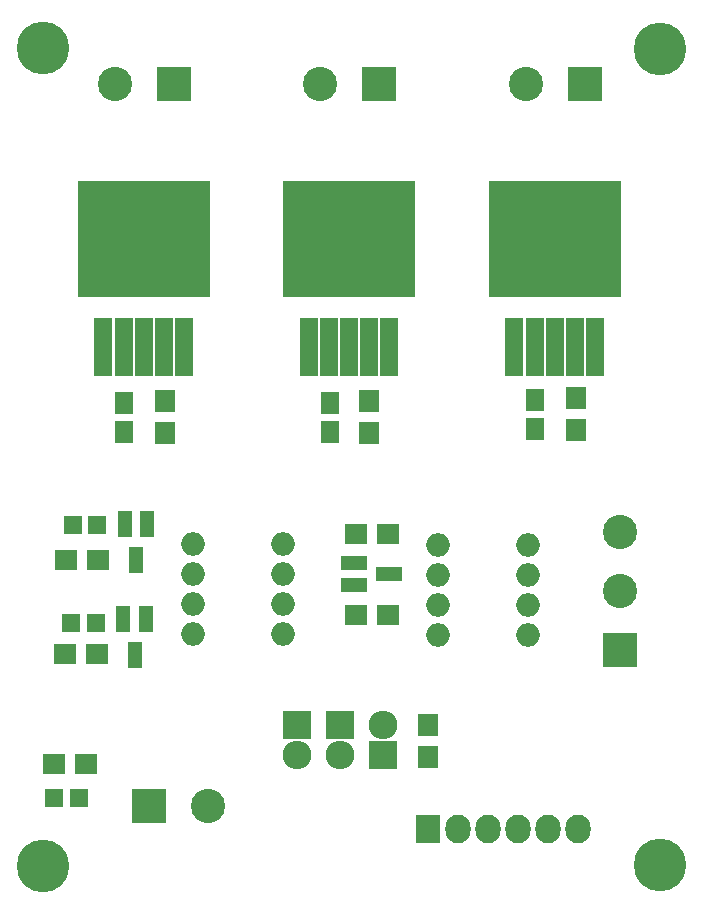
<source format=gbr>
G04 #@! TF.FileFunction,Soldermask,Top*
%FSLAX46Y46*%
G04 Gerber Fmt 4.6, Leading zero omitted, Abs format (unit mm)*
G04 Created by KiCad (PCBNEW 4.0.6) date Sunday, 24 September 2017 'AMt' 11:09:54*
%MOMM*%
%LPD*%
G01*
G04 APERTURE LIST*
%ADD10C,0.100000*%
%ADD11C,4.464000*%
%ADD12R,2.900000X2.900000*%
%ADD13C,2.900000*%
%ADD14R,2.127200X2.432000*%
%ADD15O,2.127200X2.432000*%
%ADD16O,2.000000X2.000000*%
%ADD17R,1.650000X1.900000*%
%ADD18R,1.700000X1.900000*%
%ADD19R,1.598880X1.598880*%
%ADD20R,1.200000X2.300000*%
%ADD21R,2.300000X1.200000*%
%ADD22R,1.900000X1.700000*%
%ADD23R,2.432000X2.432000*%
%ADD24O,2.432000X2.432000*%
%ADD25R,1.500000X5.000000*%
%ADD26R,11.200000X9.800000*%
G04 APERTURE END LIST*
D10*
D11*
X131191000Y-31242000D03*
X183388000Y-31305500D03*
X131191000Y-100457000D03*
D12*
X177038000Y-34290000D03*
D13*
X172038000Y-34290000D03*
D14*
X163741100Y-97294700D03*
D15*
X166281100Y-97294700D03*
X168821100Y-97294700D03*
X171361100Y-97294700D03*
X173901100Y-97294700D03*
X176441100Y-97294700D03*
D12*
X159639000Y-34290000D03*
D13*
X154639000Y-34290000D03*
D12*
X142240000Y-34290000D03*
D13*
X137240000Y-34290000D03*
D12*
X140144500Y-95377000D03*
D13*
X145144500Y-95377000D03*
D16*
X143891000Y-73215500D03*
X143891000Y-75755500D03*
X143891000Y-78295500D03*
X143891000Y-80835500D03*
X151511000Y-80835500D03*
X151511000Y-78295500D03*
X151511000Y-75755500D03*
X151511000Y-73215500D03*
X164592000Y-73279000D03*
X164592000Y-75819000D03*
X164592000Y-78359000D03*
X164592000Y-80899000D03*
X172212000Y-80899000D03*
X172212000Y-78359000D03*
X172212000Y-75819000D03*
X172212000Y-73279000D03*
D17*
X155448000Y-63734000D03*
X155448000Y-61234000D03*
X172847000Y-63480000D03*
X172847000Y-60980000D03*
X138049000Y-63734000D03*
X138049000Y-61234000D03*
D18*
X176276000Y-60880000D03*
X176276000Y-63580000D03*
X158750000Y-61134000D03*
X158750000Y-63834000D03*
X141478000Y-61134000D03*
X141478000Y-63834000D03*
D11*
X183388000Y-100393500D03*
D19*
X135796020Y-71628000D03*
X133697980Y-71628000D03*
D20*
X139888000Y-79589500D03*
X137988000Y-79589500D03*
X138938000Y-82589500D03*
X140015000Y-71525000D03*
X138115000Y-71525000D03*
X139065000Y-74525000D03*
D21*
X157504000Y-74792800D03*
X157504000Y-76692800D03*
X160504000Y-75742800D03*
D18*
X163766500Y-91266000D03*
X163766500Y-88566000D03*
D22*
X157654000Y-79197200D03*
X160354000Y-79197200D03*
X157654000Y-72390000D03*
X160354000Y-72390000D03*
X135716000Y-82550000D03*
X133016000Y-82550000D03*
X135843000Y-74549000D03*
X133143000Y-74549000D03*
X134827000Y-91821000D03*
X132127000Y-91821000D03*
D19*
X135669020Y-79883000D03*
X133570980Y-79883000D03*
X132110480Y-94678500D03*
X134208520Y-94678500D03*
D23*
X159956500Y-91059000D03*
D24*
X159956500Y-88519000D03*
D23*
X156337000Y-88519000D03*
D24*
X156337000Y-91059000D03*
D23*
X152717500Y-88519000D03*
D24*
X152717500Y-91059000D03*
D25*
X177898000Y-56515000D03*
X176198000Y-56515000D03*
X172798000Y-56515000D03*
D26*
X174498000Y-47365000D03*
D25*
X174498000Y-56515000D03*
X171098000Y-56515000D03*
X160499000Y-56515000D03*
X158799000Y-56515000D03*
X155399000Y-56515000D03*
D26*
X157099000Y-47365000D03*
D25*
X157099000Y-56515000D03*
X153699000Y-56515000D03*
X143100000Y-56515000D03*
X141400000Y-56515000D03*
X138000000Y-56515000D03*
D26*
X139700000Y-47365000D03*
D25*
X139700000Y-56515000D03*
X136300000Y-56515000D03*
D13*
X180022500Y-72169000D03*
D12*
X180022500Y-82169000D03*
D13*
X180022500Y-77169000D03*
M02*

</source>
